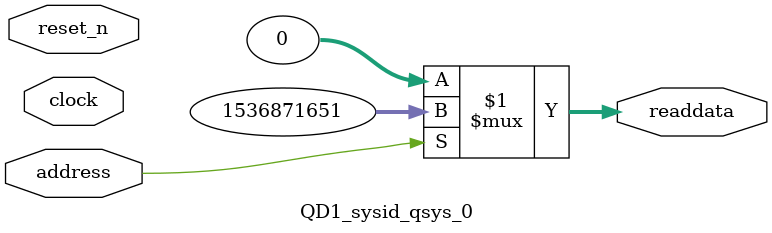
<source format=v>



// synthesis translate_off
`timescale 1ns / 1ps
// synthesis translate_on

// turn off superfluous verilog processor warnings 
// altera message_level Level1 
// altera message_off 10034 10035 10036 10037 10230 10240 10030 

module QD1_sysid_qsys_0 (
               // inputs:
                address,
                clock,
                reset_n,

               // outputs:
                readdata
             )
;

  output  [ 31: 0] readdata;
  input            address;
  input            clock;
  input            reset_n;

  wire    [ 31: 0] readdata;
  //control_slave, which is an e_avalon_slave
  assign readdata = address ? 1536871651 : 0;

endmodule




</source>
